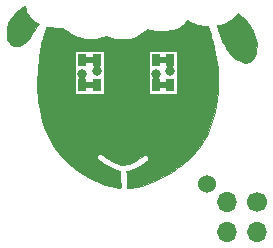
<source format=gbr>
G04 #@! TF.GenerationSoftware,KiCad,Pcbnew,(5.0.0-rc2-dev-321-g78161b592)*
G04 #@! TF.CreationDate,2018-07-11T23:16:50-06:00*
G04 #@! TF.ProjectId,dc801_sheep,64633830315F73686565702E6B696361,rev?*
G04 #@! TF.SameCoordinates,Original*
G04 #@! TF.FileFunction,Copper,L1,Top,Signal*
G04 #@! TF.FilePolarity,Positive*
%FSLAX46Y46*%
G04 Gerber Fmt 4.6, Leading zero omitted, Abs format (unit mm)*
G04 Created by KiCad (PCBNEW (5.0.0-rc2-dev-321-g78161b592)) date 07/11/18 23:16:50*
%MOMM*%
%LPD*%
G01*
G04 APERTURE LIST*
%ADD10C,0.010000*%
%ADD11R,0.750000X1.100000*%
%ADD12O,1.700000X1.700000*%
%ADD13C,1.700000*%
%ADD14C,1.524000*%
%ADD15C,0.800000*%
%ADD16C,0.500000*%
G04 APERTURE END LIST*
D10*
G36*
X134944129Y-74209685D02*
X134952137Y-74248381D01*
X134959229Y-74303559D01*
X134960619Y-74318279D01*
X134994130Y-74518949D01*
X135058406Y-74714653D01*
X135152587Y-74903662D01*
X135275815Y-75084247D01*
X135424653Y-75252102D01*
X135616625Y-75424699D01*
X135821880Y-75570524D01*
X135958560Y-75649458D01*
X136096034Y-75722590D01*
X135975298Y-75908560D01*
X135819846Y-76146809D01*
X135679251Y-76359457D01*
X135552084Y-76548205D01*
X135436917Y-76714754D01*
X135332322Y-76860804D01*
X135236870Y-76988056D01*
X135149134Y-77098212D01*
X135067685Y-77192973D01*
X134991095Y-77274038D01*
X134917936Y-77343110D01*
X134846780Y-77401888D01*
X134776198Y-77452075D01*
X134704762Y-77495370D01*
X134631045Y-77533475D01*
X134598051Y-77548795D01*
X134468512Y-77594992D01*
X134332129Y-77621992D01*
X134197193Y-77629140D01*
X134071995Y-77615777D01*
X134000810Y-77596158D01*
X133848024Y-77524329D01*
X133706030Y-77422608D01*
X133643547Y-77364997D01*
X133563748Y-77275872D01*
X133499882Y-77180772D01*
X133450652Y-77075499D01*
X133414763Y-76955853D01*
X133390919Y-76817635D01*
X133377825Y-76656646D01*
X133374164Y-76491902D01*
X133374567Y-76380940D01*
X133376641Y-76293228D01*
X133381123Y-76220243D01*
X133388753Y-76153459D01*
X133400267Y-76084350D01*
X133416335Y-76004713D01*
X133459317Y-75824573D01*
X133508751Y-75666113D01*
X133568068Y-75523053D01*
X133640698Y-75389117D01*
X133730072Y-75258026D01*
X133839621Y-75123503D01*
X133972775Y-74979271D01*
X133981842Y-74969911D01*
X134125383Y-74827240D01*
X134273901Y-74689059D01*
X134419697Y-74562284D01*
X134555069Y-74453830D01*
X134564080Y-74447010D01*
X134627026Y-74400574D01*
X134695521Y-74351692D01*
X134764302Y-74303923D01*
X134828108Y-74260823D01*
X134881674Y-74225952D01*
X134919739Y-74202867D01*
X134936686Y-74195093D01*
X134944129Y-74209685D01*
X134944129Y-74209685D01*
G37*
X134944129Y-74209685D02*
X134952137Y-74248381D01*
X134959229Y-74303559D01*
X134960619Y-74318279D01*
X134994130Y-74518949D01*
X135058406Y-74714653D01*
X135152587Y-74903662D01*
X135275815Y-75084247D01*
X135424653Y-75252102D01*
X135616625Y-75424699D01*
X135821880Y-75570524D01*
X135958560Y-75649458D01*
X136096034Y-75722590D01*
X135975298Y-75908560D01*
X135819846Y-76146809D01*
X135679251Y-76359457D01*
X135552084Y-76548205D01*
X135436917Y-76714754D01*
X135332322Y-76860804D01*
X135236870Y-76988056D01*
X135149134Y-77098212D01*
X135067685Y-77192973D01*
X134991095Y-77274038D01*
X134917936Y-77343110D01*
X134846780Y-77401888D01*
X134776198Y-77452075D01*
X134704762Y-77495370D01*
X134631045Y-77533475D01*
X134598051Y-77548795D01*
X134468512Y-77594992D01*
X134332129Y-77621992D01*
X134197193Y-77629140D01*
X134071995Y-77615777D01*
X134000810Y-77596158D01*
X133848024Y-77524329D01*
X133706030Y-77422608D01*
X133643547Y-77364997D01*
X133563748Y-77275872D01*
X133499882Y-77180772D01*
X133450652Y-77075499D01*
X133414763Y-76955853D01*
X133390919Y-76817635D01*
X133377825Y-76656646D01*
X133374164Y-76491902D01*
X133374567Y-76380940D01*
X133376641Y-76293228D01*
X133381123Y-76220243D01*
X133388753Y-76153459D01*
X133400267Y-76084350D01*
X133416335Y-76004713D01*
X133459317Y-75824573D01*
X133508751Y-75666113D01*
X133568068Y-75523053D01*
X133640698Y-75389117D01*
X133730072Y-75258026D01*
X133839621Y-75123503D01*
X133972775Y-74979271D01*
X133981842Y-74969911D01*
X134125383Y-74827240D01*
X134273901Y-74689059D01*
X134419697Y-74562284D01*
X134555069Y-74453830D01*
X134564080Y-74447010D01*
X134627026Y-74400574D01*
X134695521Y-74351692D01*
X134764302Y-74303923D01*
X134828108Y-74260823D01*
X134881674Y-74225952D01*
X134919739Y-74202867D01*
X134936686Y-74195093D01*
X134944129Y-74209685D01*
G36*
X153076505Y-74897645D02*
X153259597Y-75052125D01*
X153444082Y-75231891D01*
X153625193Y-75431041D01*
X153798160Y-75643676D01*
X153958217Y-75863893D01*
X154100596Y-76085793D01*
X154220528Y-76303474D01*
X154233357Y-76329384D01*
X154352602Y-76596557D01*
X154443437Y-76853618D01*
X154506271Y-77103877D01*
X154541512Y-77350640D01*
X154549568Y-77597216D01*
X154530848Y-77846913D01*
X154485760Y-78103039D01*
X154463755Y-78195093D01*
X154404979Y-78392559D01*
X154336172Y-78560740D01*
X154256319Y-78700833D01*
X154164402Y-78814039D01*
X154059406Y-78901556D01*
X153940316Y-78964582D01*
X153806116Y-79004317D01*
X153773029Y-79010284D01*
X153698225Y-79020699D01*
X153639132Y-79023981D01*
X153580567Y-79020488D01*
X153542553Y-79015736D01*
X153370673Y-78979561D01*
X153189608Y-78919328D01*
X153005956Y-78838576D01*
X152826313Y-78740844D01*
X152657277Y-78629671D01*
X152505443Y-78508595D01*
X152393981Y-78399604D01*
X152289011Y-78275024D01*
X152177832Y-78124800D01*
X152063262Y-77953768D01*
X151948115Y-77766765D01*
X151835207Y-77568630D01*
X151727355Y-77364198D01*
X151627373Y-77158309D01*
X151538079Y-76955797D01*
X151502680Y-76868449D01*
X151459884Y-76756422D01*
X151416671Y-76637397D01*
X151374229Y-76515231D01*
X151333747Y-76393783D01*
X151296411Y-76276910D01*
X151263410Y-76168469D01*
X151235931Y-76072319D01*
X151215163Y-75992316D01*
X151202292Y-75932318D01*
X151198508Y-75896182D01*
X151200747Y-75887859D01*
X151219117Y-75880782D01*
X151262288Y-75868452D01*
X151324032Y-75852536D01*
X151398122Y-75834701D01*
X151406916Y-75832657D01*
X151686560Y-75754746D01*
X151948611Y-75654995D01*
X152190338Y-75534621D01*
X152409012Y-75394843D01*
X152440435Y-75371694D01*
X152562404Y-75274597D01*
X152663726Y-75180236D01*
X152753209Y-75079385D01*
X152839657Y-74962816D01*
X152861711Y-74930310D01*
X152949322Y-74799257D01*
X153076505Y-74897645D01*
X153076505Y-74897645D01*
G37*
X153076505Y-74897645D02*
X153259597Y-75052125D01*
X153444082Y-75231891D01*
X153625193Y-75431041D01*
X153798160Y-75643676D01*
X153958217Y-75863893D01*
X154100596Y-76085793D01*
X154220528Y-76303474D01*
X154233357Y-76329384D01*
X154352602Y-76596557D01*
X154443437Y-76853618D01*
X154506271Y-77103877D01*
X154541512Y-77350640D01*
X154549568Y-77597216D01*
X154530848Y-77846913D01*
X154485760Y-78103039D01*
X154463755Y-78195093D01*
X154404979Y-78392559D01*
X154336172Y-78560740D01*
X154256319Y-78700833D01*
X154164402Y-78814039D01*
X154059406Y-78901556D01*
X153940316Y-78964582D01*
X153806116Y-79004317D01*
X153773029Y-79010284D01*
X153698225Y-79020699D01*
X153639132Y-79023981D01*
X153580567Y-79020488D01*
X153542553Y-79015736D01*
X153370673Y-78979561D01*
X153189608Y-78919328D01*
X153005956Y-78838576D01*
X152826313Y-78740844D01*
X152657277Y-78629671D01*
X152505443Y-78508595D01*
X152393981Y-78399604D01*
X152289011Y-78275024D01*
X152177832Y-78124800D01*
X152063262Y-77953768D01*
X151948115Y-77766765D01*
X151835207Y-77568630D01*
X151727355Y-77364198D01*
X151627373Y-77158309D01*
X151538079Y-76955797D01*
X151502680Y-76868449D01*
X151459884Y-76756422D01*
X151416671Y-76637397D01*
X151374229Y-76515231D01*
X151333747Y-76393783D01*
X151296411Y-76276910D01*
X151263410Y-76168469D01*
X151235931Y-76072319D01*
X151215163Y-75992316D01*
X151202292Y-75932318D01*
X151198508Y-75896182D01*
X151200747Y-75887859D01*
X151219117Y-75880782D01*
X151262288Y-75868452D01*
X151324032Y-75852536D01*
X151398122Y-75834701D01*
X151406916Y-75832657D01*
X151686560Y-75754746D01*
X151948611Y-75654995D01*
X152190338Y-75534621D01*
X152409012Y-75394843D01*
X152440435Y-75371694D01*
X152562404Y-75274597D01*
X152663726Y-75180236D01*
X152753209Y-75079385D01*
X152839657Y-74962816D01*
X152861711Y-74930310D01*
X152949322Y-74799257D01*
X153076505Y-74897645D01*
G36*
X148707536Y-75443146D02*
X148743614Y-75464370D01*
X148772990Y-75483497D01*
X148932463Y-75577519D01*
X149117981Y-75663166D01*
X149324555Y-75738962D01*
X149547200Y-75803430D01*
X149780926Y-75855095D01*
X150020746Y-75892479D01*
X150218599Y-75911452D01*
X150298570Y-75917173D01*
X150366223Y-75922567D01*
X150415719Y-75927124D01*
X150441219Y-75930337D01*
X150443364Y-75931006D01*
X150450604Y-75948986D01*
X150465331Y-75993381D01*
X150486304Y-76060038D01*
X150512284Y-76144805D01*
X150542031Y-76243528D01*
X150574304Y-76352053D01*
X150607863Y-76466229D01*
X150641468Y-76581902D01*
X150673878Y-76694920D01*
X150703854Y-76801128D01*
X150712909Y-76833642D01*
X150837508Y-77302743D01*
X150945335Y-77752680D01*
X151037730Y-78190416D01*
X151116030Y-78622913D01*
X151181574Y-79057133D01*
X151235703Y-79500038D01*
X151247844Y-79615244D01*
X151260910Y-79768572D01*
X151271764Y-79947233D01*
X151280328Y-80144841D01*
X151286525Y-80355011D01*
X151290276Y-80571356D01*
X151291503Y-80787491D01*
X151290130Y-80997031D01*
X151286079Y-81193590D01*
X151279271Y-81370782D01*
X151270854Y-81506733D01*
X151212577Y-82078308D01*
X151126619Y-82634863D01*
X151012703Y-83177493D01*
X150870553Y-83707291D01*
X150699892Y-84225352D01*
X150500441Y-84732769D01*
X150391240Y-84979762D01*
X150216793Y-85338663D01*
X150035724Y-85668512D01*
X149846622Y-85971617D01*
X149648079Y-86250285D01*
X149508013Y-86425737D01*
X149426404Y-86519606D01*
X149326018Y-86629125D01*
X149212053Y-86749069D01*
X149089706Y-86874211D01*
X148964176Y-86999328D01*
X148840660Y-87119193D01*
X148724357Y-87228581D01*
X148620464Y-87322267D01*
X148589488Y-87349105D01*
X148198003Y-87669146D01*
X147794356Y-87970318D01*
X147381070Y-88251251D01*
X146960671Y-88510574D01*
X146535685Y-88746917D01*
X146108636Y-88958909D01*
X145682050Y-89145179D01*
X145258450Y-89304357D01*
X144840363Y-89435072D01*
X144657172Y-89483624D01*
X144501964Y-89520017D01*
X144340370Y-89553573D01*
X144178496Y-89583321D01*
X144022448Y-89608285D01*
X143878333Y-89627495D01*
X143752256Y-89639976D01*
X143650325Y-89644756D01*
X143645802Y-89644775D01*
X143572080Y-89644906D01*
X143561977Y-89267403D01*
X143558032Y-89132030D01*
X143553079Y-88980511D01*
X143547541Y-88824681D01*
X143541839Y-88676375D01*
X143536393Y-88547429D01*
X143536138Y-88541755D01*
X143531755Y-88440117D01*
X143528263Y-88349750D01*
X143525807Y-88275276D01*
X143524531Y-88221314D01*
X143524582Y-88192484D01*
X143525051Y-88188961D01*
X143541870Y-88184351D01*
X143581746Y-88176595D01*
X143636308Y-88167314D01*
X143640508Y-88166641D01*
X143875231Y-88114754D01*
X144118695Y-88032661D01*
X144370440Y-87920584D01*
X144630008Y-87778747D01*
X144896942Y-87607373D01*
X145116885Y-87448091D01*
X145201458Y-87382816D01*
X145263516Y-87331276D01*
X145306503Y-87288861D01*
X145333867Y-87250957D01*
X145349052Y-87212955D01*
X145355504Y-87170242D01*
X145356696Y-87127140D01*
X145354319Y-87066072D01*
X145344690Y-87023325D01*
X145324063Y-86985626D01*
X145312163Y-86969340D01*
X145248377Y-86905614D01*
X145173663Y-86870420D01*
X145090410Y-86860899D01*
X145061898Y-86861294D01*
X145037870Y-86863572D01*
X145014089Y-86870117D01*
X144986317Y-86883313D01*
X144950318Y-86905545D01*
X144901853Y-86939198D01*
X144836687Y-86986655D01*
X144750581Y-87050302D01*
X144740229Y-87057965D01*
X144516865Y-87215286D01*
X144306005Y-87346746D01*
X144104204Y-87453985D01*
X143908022Y-87538645D01*
X143714017Y-87602366D01*
X143518746Y-87646789D01*
X143496996Y-87650576D01*
X143295135Y-87668642D01*
X143086366Y-87655955D01*
X142871311Y-87612644D01*
X142650594Y-87538841D01*
X142424836Y-87434676D01*
X142394356Y-87418484D01*
X142291932Y-87359622D01*
X142170274Y-87283579D01*
X142034417Y-87193710D01*
X141889394Y-87093368D01*
X141740240Y-86985905D01*
X141697475Y-86954292D01*
X141622299Y-86898635D01*
X141553346Y-86848029D01*
X141495784Y-86806234D01*
X141454779Y-86777007D01*
X141438378Y-86765837D01*
X141361510Y-86733601D01*
X141279792Y-86727454D01*
X141200003Y-86744957D01*
X141128918Y-86783673D01*
X141073313Y-86841163D01*
X141041638Y-86908597D01*
X141027021Y-86983045D01*
X141029770Y-87047797D01*
X141052348Y-87107744D01*
X141097219Y-87167778D01*
X141166848Y-87232788D01*
X141230146Y-87282751D01*
X141443847Y-87441287D01*
X141638134Y-87579354D01*
X141816133Y-87698896D01*
X141980973Y-87801858D01*
X142135780Y-87890186D01*
X142283684Y-87965825D01*
X142427810Y-88030719D01*
X142442931Y-88037022D01*
X142513632Y-88064046D01*
X142596934Y-88092438D01*
X142685649Y-88120130D01*
X142772595Y-88145053D01*
X142850585Y-88165140D01*
X142912435Y-88178324D01*
X142948689Y-88182578D01*
X142957615Y-88185016D01*
X142965333Y-88193986D01*
X142972034Y-88211964D01*
X142977912Y-88241431D01*
X142983159Y-88284866D01*
X142987967Y-88344748D01*
X142992528Y-88423557D01*
X142997036Y-88523771D01*
X143001682Y-88647869D01*
X143006660Y-88798331D01*
X143012161Y-88977636D01*
X143013251Y-89014170D01*
X143017865Y-89173902D01*
X143021246Y-89304655D01*
X143023339Y-89409217D01*
X143024088Y-89490377D01*
X143023438Y-89550924D01*
X143021333Y-89593646D01*
X143017719Y-89621332D01*
X143012541Y-89636770D01*
X143005742Y-89642749D01*
X143000780Y-89642944D01*
X142979638Y-89640006D01*
X142936587Y-89634256D01*
X142885044Y-89627476D01*
X142521539Y-89569841D01*
X142165851Y-89492368D01*
X141811347Y-89393247D01*
X141451395Y-89270669D01*
X141161319Y-89157088D01*
X141085678Y-89124794D01*
X140996401Y-89084907D01*
X140897724Y-89039497D01*
X140793886Y-88990635D01*
X140689124Y-88940391D01*
X140587677Y-88890837D01*
X140493781Y-88844044D01*
X140411675Y-88802082D01*
X140345597Y-88767022D01*
X140299785Y-88740936D01*
X140278475Y-88725893D01*
X140278180Y-88725534D01*
X140261173Y-88713852D01*
X140222971Y-88691866D01*
X140170735Y-88663641D01*
X140150975Y-88653306D01*
X140082519Y-88616549D01*
X140013158Y-88577273D01*
X139956868Y-88543413D01*
X139952441Y-88540595D01*
X139675844Y-88359595D01*
X139424440Y-88187073D01*
X139193921Y-88019656D01*
X138979981Y-87853971D01*
X138778314Y-87686644D01*
X138584614Y-87514302D01*
X138394575Y-87333571D01*
X138330184Y-87269766D01*
X138178272Y-87114972D01*
X138044780Y-86972425D01*
X137923182Y-86834670D01*
X137806951Y-86694249D01*
X137689562Y-86543707D01*
X137657611Y-86501410D01*
X137400346Y-86133982D01*
X137161784Y-85742438D01*
X136942763Y-85328958D01*
X136744122Y-84895722D01*
X136566700Y-84444909D01*
X136411335Y-83978701D01*
X136278865Y-83499276D01*
X136170129Y-83008814D01*
X136085966Y-82509495D01*
X136066492Y-82365056D01*
X136043481Y-82175110D01*
X136024792Y-81998254D01*
X136010042Y-81827843D01*
X135998846Y-81657235D01*
X135990821Y-81479786D01*
X135985583Y-81288851D01*
X135982747Y-81077789D01*
X135981966Y-80902728D01*
X135983156Y-80613312D01*
X135987911Y-80343540D01*
X135996680Y-80086127D01*
X136009911Y-79833789D01*
X136028051Y-79579245D01*
X136051550Y-79315209D01*
X136080856Y-79034400D01*
X136115020Y-78741026D01*
X136147184Y-78497873D01*
X136186381Y-78238020D01*
X136213833Y-78073441D01*
X139181539Y-78073441D01*
X139181539Y-81681576D01*
X141597559Y-81681576D01*
X141597559Y-78073441D01*
X145412328Y-78073441D01*
X145412328Y-81681576D01*
X147812453Y-81681576D01*
X147812453Y-78073441D01*
X145412328Y-78073441D01*
X141597559Y-78073441D01*
X139181539Y-78073441D01*
X136213833Y-78073441D01*
X136231036Y-77970309D01*
X136279576Y-77703585D01*
X136330425Y-77446691D01*
X136382009Y-77208472D01*
X136406494Y-77103668D01*
X136435968Y-76986323D01*
X136469946Y-76860129D01*
X136507147Y-76729071D01*
X136546290Y-76597134D01*
X136586094Y-76468304D01*
X136625280Y-76346564D01*
X136662565Y-76235900D01*
X136696670Y-76140297D01*
X136726314Y-76063740D01*
X136750216Y-76010214D01*
X136766132Y-75984635D01*
X136788742Y-75980302D01*
X136836416Y-75983872D01*
X136903547Y-75994886D01*
X136911973Y-75996551D01*
X137066938Y-76025107D01*
X137216429Y-76046859D01*
X137369033Y-76062639D01*
X137533336Y-76073276D01*
X137717928Y-76079604D01*
X137782791Y-76080856D01*
X138156320Y-76086941D01*
X138250154Y-76169319D01*
X138363292Y-76263559D01*
X138492217Y-76362522D01*
X138627108Y-76459146D01*
X138758145Y-76546365D01*
X138862177Y-76609561D01*
X139158877Y-76763472D01*
X139455684Y-76885643D01*
X139752530Y-76976067D01*
X140049342Y-77034740D01*
X140346051Y-77061655D01*
X140642584Y-77056807D01*
X140938873Y-77020191D01*
X141234845Y-76951801D01*
X141530431Y-76851632D01*
X141601256Y-76822883D01*
X141771848Y-76751421D01*
X141958890Y-76821967D01*
X142262081Y-76921196D01*
X142571765Y-76993356D01*
X142884135Y-77038105D01*
X143195386Y-77055105D01*
X143501713Y-77044014D01*
X143799310Y-77004494D01*
X143862578Y-76992087D01*
X144118858Y-76923536D01*
X144373483Y-76825793D01*
X144621781Y-76701310D01*
X144859081Y-76552542D01*
X145080711Y-76381940D01*
X145162501Y-76309454D01*
X145270308Y-76209978D01*
X145480398Y-76251665D01*
X145654909Y-76284225D01*
X145814746Y-76309121D01*
X145970189Y-76327464D01*
X146131519Y-76340364D01*
X146309018Y-76348932D01*
X146408798Y-76351984D01*
X146640695Y-76354027D01*
X146848727Y-76346915D01*
X147039684Y-76329909D01*
X147220356Y-76302272D01*
X147397534Y-76263265D01*
X147512221Y-76231995D01*
X147734243Y-76154347D01*
X147948321Y-76054341D01*
X148149647Y-75935076D01*
X148333414Y-75799653D01*
X148494814Y-75651174D01*
X148600808Y-75529920D01*
X148638074Y-75484476D01*
X148668611Y-75450869D01*
X148686716Y-75435301D01*
X148688219Y-75434893D01*
X148707536Y-75443146D01*
X148707536Y-75443146D01*
G37*
X148707536Y-75443146D02*
X148743614Y-75464370D01*
X148772990Y-75483497D01*
X148932463Y-75577519D01*
X149117981Y-75663166D01*
X149324555Y-75738962D01*
X149547200Y-75803430D01*
X149780926Y-75855095D01*
X150020746Y-75892479D01*
X150218599Y-75911452D01*
X150298570Y-75917173D01*
X150366223Y-75922567D01*
X150415719Y-75927124D01*
X150441219Y-75930337D01*
X150443364Y-75931006D01*
X150450604Y-75948986D01*
X150465331Y-75993381D01*
X150486304Y-76060038D01*
X150512284Y-76144805D01*
X150542031Y-76243528D01*
X150574304Y-76352053D01*
X150607863Y-76466229D01*
X150641468Y-76581902D01*
X150673878Y-76694920D01*
X150703854Y-76801128D01*
X150712909Y-76833642D01*
X150837508Y-77302743D01*
X150945335Y-77752680D01*
X151037730Y-78190416D01*
X151116030Y-78622913D01*
X151181574Y-79057133D01*
X151235703Y-79500038D01*
X151247844Y-79615244D01*
X151260910Y-79768572D01*
X151271764Y-79947233D01*
X151280328Y-80144841D01*
X151286525Y-80355011D01*
X151290276Y-80571356D01*
X151291503Y-80787491D01*
X151290130Y-80997031D01*
X151286079Y-81193590D01*
X151279271Y-81370782D01*
X151270854Y-81506733D01*
X151212577Y-82078308D01*
X151126619Y-82634863D01*
X151012703Y-83177493D01*
X150870553Y-83707291D01*
X150699892Y-84225352D01*
X150500441Y-84732769D01*
X150391240Y-84979762D01*
X150216793Y-85338663D01*
X150035724Y-85668512D01*
X149846622Y-85971617D01*
X149648079Y-86250285D01*
X149508013Y-86425737D01*
X149426404Y-86519606D01*
X149326018Y-86629125D01*
X149212053Y-86749069D01*
X149089706Y-86874211D01*
X148964176Y-86999328D01*
X148840660Y-87119193D01*
X148724357Y-87228581D01*
X148620464Y-87322267D01*
X148589488Y-87349105D01*
X148198003Y-87669146D01*
X147794356Y-87970318D01*
X147381070Y-88251251D01*
X146960671Y-88510574D01*
X146535685Y-88746917D01*
X146108636Y-88958909D01*
X145682050Y-89145179D01*
X145258450Y-89304357D01*
X144840363Y-89435072D01*
X144657172Y-89483624D01*
X144501964Y-89520017D01*
X144340370Y-89553573D01*
X144178496Y-89583321D01*
X144022448Y-89608285D01*
X143878333Y-89627495D01*
X143752256Y-89639976D01*
X143650325Y-89644756D01*
X143645802Y-89644775D01*
X143572080Y-89644906D01*
X143561977Y-89267403D01*
X143558032Y-89132030D01*
X143553079Y-88980511D01*
X143547541Y-88824681D01*
X143541839Y-88676375D01*
X143536393Y-88547429D01*
X143536138Y-88541755D01*
X143531755Y-88440117D01*
X143528263Y-88349750D01*
X143525807Y-88275276D01*
X143524531Y-88221314D01*
X143524582Y-88192484D01*
X143525051Y-88188961D01*
X143541870Y-88184351D01*
X143581746Y-88176595D01*
X143636308Y-88167314D01*
X143640508Y-88166641D01*
X143875231Y-88114754D01*
X144118695Y-88032661D01*
X144370440Y-87920584D01*
X144630008Y-87778747D01*
X144896942Y-87607373D01*
X145116885Y-87448091D01*
X145201458Y-87382816D01*
X145263516Y-87331276D01*
X145306503Y-87288861D01*
X145333867Y-87250957D01*
X145349052Y-87212955D01*
X145355504Y-87170242D01*
X145356696Y-87127140D01*
X145354319Y-87066072D01*
X145344690Y-87023325D01*
X145324063Y-86985626D01*
X145312163Y-86969340D01*
X145248377Y-86905614D01*
X145173663Y-86870420D01*
X145090410Y-86860899D01*
X145061898Y-86861294D01*
X145037870Y-86863572D01*
X145014089Y-86870117D01*
X144986317Y-86883313D01*
X144950318Y-86905545D01*
X144901853Y-86939198D01*
X144836687Y-86986655D01*
X144750581Y-87050302D01*
X144740229Y-87057965D01*
X144516865Y-87215286D01*
X144306005Y-87346746D01*
X144104204Y-87453985D01*
X143908022Y-87538645D01*
X143714017Y-87602366D01*
X143518746Y-87646789D01*
X143496996Y-87650576D01*
X143295135Y-87668642D01*
X143086366Y-87655955D01*
X142871311Y-87612644D01*
X142650594Y-87538841D01*
X142424836Y-87434676D01*
X142394356Y-87418484D01*
X142291932Y-87359622D01*
X142170274Y-87283579D01*
X142034417Y-87193710D01*
X141889394Y-87093368D01*
X141740240Y-86985905D01*
X141697475Y-86954292D01*
X141622299Y-86898635D01*
X141553346Y-86848029D01*
X141495784Y-86806234D01*
X141454779Y-86777007D01*
X141438378Y-86765837D01*
X141361510Y-86733601D01*
X141279792Y-86727454D01*
X141200003Y-86744957D01*
X141128918Y-86783673D01*
X141073313Y-86841163D01*
X141041638Y-86908597D01*
X141027021Y-86983045D01*
X141029770Y-87047797D01*
X141052348Y-87107744D01*
X141097219Y-87167778D01*
X141166848Y-87232788D01*
X141230146Y-87282751D01*
X141443847Y-87441287D01*
X141638134Y-87579354D01*
X141816133Y-87698896D01*
X141980973Y-87801858D01*
X142135780Y-87890186D01*
X142283684Y-87965825D01*
X142427810Y-88030719D01*
X142442931Y-88037022D01*
X142513632Y-88064046D01*
X142596934Y-88092438D01*
X142685649Y-88120130D01*
X142772595Y-88145053D01*
X142850585Y-88165140D01*
X142912435Y-88178324D01*
X142948689Y-88182578D01*
X142957615Y-88185016D01*
X142965333Y-88193986D01*
X142972034Y-88211964D01*
X142977912Y-88241431D01*
X142983159Y-88284866D01*
X142987967Y-88344748D01*
X142992528Y-88423557D01*
X142997036Y-88523771D01*
X143001682Y-88647869D01*
X143006660Y-88798331D01*
X143012161Y-88977636D01*
X143013251Y-89014170D01*
X143017865Y-89173902D01*
X143021246Y-89304655D01*
X143023339Y-89409217D01*
X143024088Y-89490377D01*
X143023438Y-89550924D01*
X143021333Y-89593646D01*
X143017719Y-89621332D01*
X143012541Y-89636770D01*
X143005742Y-89642749D01*
X143000780Y-89642944D01*
X142979638Y-89640006D01*
X142936587Y-89634256D01*
X142885044Y-89627476D01*
X142521539Y-89569841D01*
X142165851Y-89492368D01*
X141811347Y-89393247D01*
X141451395Y-89270669D01*
X141161319Y-89157088D01*
X141085678Y-89124794D01*
X140996401Y-89084907D01*
X140897724Y-89039497D01*
X140793886Y-88990635D01*
X140689124Y-88940391D01*
X140587677Y-88890837D01*
X140493781Y-88844044D01*
X140411675Y-88802082D01*
X140345597Y-88767022D01*
X140299785Y-88740936D01*
X140278475Y-88725893D01*
X140278180Y-88725534D01*
X140261173Y-88713852D01*
X140222971Y-88691866D01*
X140170735Y-88663641D01*
X140150975Y-88653306D01*
X140082519Y-88616549D01*
X140013158Y-88577273D01*
X139956868Y-88543413D01*
X139952441Y-88540595D01*
X139675844Y-88359595D01*
X139424440Y-88187073D01*
X139193921Y-88019656D01*
X138979981Y-87853971D01*
X138778314Y-87686644D01*
X138584614Y-87514302D01*
X138394575Y-87333571D01*
X138330184Y-87269766D01*
X138178272Y-87114972D01*
X138044780Y-86972425D01*
X137923182Y-86834670D01*
X137806951Y-86694249D01*
X137689562Y-86543707D01*
X137657611Y-86501410D01*
X137400346Y-86133982D01*
X137161784Y-85742438D01*
X136942763Y-85328958D01*
X136744122Y-84895722D01*
X136566700Y-84444909D01*
X136411335Y-83978701D01*
X136278865Y-83499276D01*
X136170129Y-83008814D01*
X136085966Y-82509495D01*
X136066492Y-82365056D01*
X136043481Y-82175110D01*
X136024792Y-81998254D01*
X136010042Y-81827843D01*
X135998846Y-81657235D01*
X135990821Y-81479786D01*
X135985583Y-81288851D01*
X135982747Y-81077789D01*
X135981966Y-80902728D01*
X135983156Y-80613312D01*
X135987911Y-80343540D01*
X135996680Y-80086127D01*
X136009911Y-79833789D01*
X136028051Y-79579245D01*
X136051550Y-79315209D01*
X136080856Y-79034400D01*
X136115020Y-78741026D01*
X136147184Y-78497873D01*
X136186381Y-78238020D01*
X136213833Y-78073441D01*
X139181539Y-78073441D01*
X139181539Y-81681576D01*
X141597559Y-81681576D01*
X141597559Y-78073441D01*
X145412328Y-78073441D01*
X145412328Y-81681576D01*
X147812453Y-81681576D01*
X147812453Y-78073441D01*
X145412328Y-78073441D01*
X141597559Y-78073441D01*
X139181539Y-78073441D01*
X136213833Y-78073441D01*
X136231036Y-77970309D01*
X136279576Y-77703585D01*
X136330425Y-77446691D01*
X136382009Y-77208472D01*
X136406494Y-77103668D01*
X136435968Y-76986323D01*
X136469946Y-76860129D01*
X136507147Y-76729071D01*
X136546290Y-76597134D01*
X136586094Y-76468304D01*
X136625280Y-76346564D01*
X136662565Y-76235900D01*
X136696670Y-76140297D01*
X136726314Y-76063740D01*
X136750216Y-76010214D01*
X136766132Y-75984635D01*
X136788742Y-75980302D01*
X136836416Y-75983872D01*
X136903547Y-75994886D01*
X136911973Y-75996551D01*
X137066938Y-76025107D01*
X137216429Y-76046859D01*
X137369033Y-76062639D01*
X137533336Y-76073276D01*
X137717928Y-76079604D01*
X137782791Y-76080856D01*
X138156320Y-76086941D01*
X138250154Y-76169319D01*
X138363292Y-76263559D01*
X138492217Y-76362522D01*
X138627108Y-76459146D01*
X138758145Y-76546365D01*
X138862177Y-76609561D01*
X139158877Y-76763472D01*
X139455684Y-76885643D01*
X139752530Y-76976067D01*
X140049342Y-77034740D01*
X140346051Y-77061655D01*
X140642584Y-77056807D01*
X140938873Y-77020191D01*
X141234845Y-76951801D01*
X141530431Y-76851632D01*
X141601256Y-76822883D01*
X141771848Y-76751421D01*
X141958890Y-76821967D01*
X142262081Y-76921196D01*
X142571765Y-76993356D01*
X142884135Y-77038105D01*
X143195386Y-77055105D01*
X143501713Y-77044014D01*
X143799310Y-77004494D01*
X143862578Y-76992087D01*
X144118858Y-76923536D01*
X144373483Y-76825793D01*
X144621781Y-76701310D01*
X144859081Y-76552542D01*
X145080711Y-76381940D01*
X145162501Y-76309454D01*
X145270308Y-76209978D01*
X145480398Y-76251665D01*
X145654909Y-76284225D01*
X145814746Y-76309121D01*
X145970189Y-76327464D01*
X146131519Y-76340364D01*
X146309018Y-76348932D01*
X146408798Y-76351984D01*
X146640695Y-76354027D01*
X146848727Y-76346915D01*
X147039684Y-76329909D01*
X147220356Y-76302272D01*
X147397534Y-76263265D01*
X147512221Y-76231995D01*
X147734243Y-76154347D01*
X147948321Y-76054341D01*
X148149647Y-75935076D01*
X148333414Y-75799653D01*
X148494814Y-75651174D01*
X148600808Y-75529920D01*
X148638074Y-75484476D01*
X148668611Y-75450869D01*
X148686716Y-75435301D01*
X148688219Y-75434893D01*
X148707536Y-75443146D01*
D11*
X141015000Y-78830000D03*
X139765000Y-78830000D03*
X141015000Y-80930000D03*
X139765000Y-80930000D03*
X145985000Y-80920000D03*
X147235000Y-80920000D03*
X145985000Y-78820000D03*
X147235000Y-78820000D03*
D12*
X152010000Y-93370000D03*
X152010000Y-90830000D03*
X154550000Y-93370000D03*
D13*
X154550000Y-90830000D03*
D14*
X150376780Y-89323780D03*
D15*
X141010000Y-79710000D03*
X147250000Y-79710000D03*
X139790000Y-79980000D03*
X146000000Y-79970000D03*
D16*
X141015000Y-78830000D02*
X139765000Y-78830000D01*
X141010000Y-79710000D02*
X141010000Y-78835000D01*
X141010000Y-78835000D02*
X141015000Y-78830000D01*
X147235000Y-78820000D02*
X145985000Y-78820000D01*
X147250000Y-79710000D02*
X147250000Y-78835000D01*
X147250000Y-78835000D02*
X147235000Y-78820000D01*
X139765000Y-80930000D02*
X141015000Y-80930000D01*
X139790000Y-79980000D02*
X139790000Y-80905000D01*
X139790000Y-80905000D02*
X139765000Y-80930000D01*
X145985000Y-80920000D02*
X147235000Y-80920000D01*
X146000000Y-79970000D02*
X146000000Y-80905000D01*
X146000000Y-80905000D02*
X145985000Y-80920000D01*
M02*

</source>
